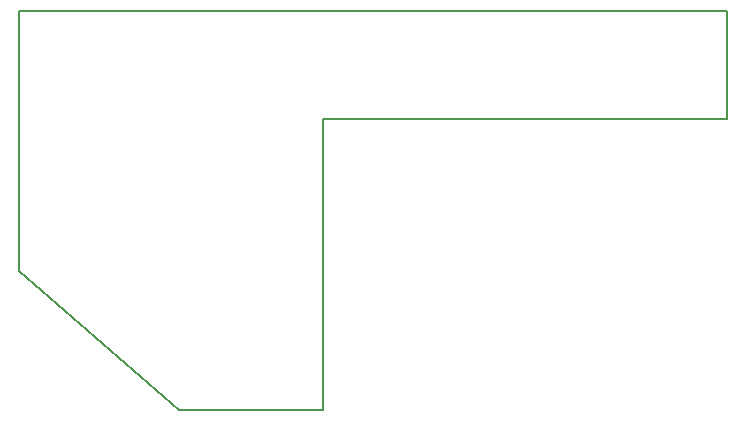
<source format=gm1>
%FSTAX23Y23*%
%MOIN*%
%SFA1B1*%

%IPPOS*%
%ADD18C,0.006000*%
%LNdextrems_v1-1*%
%LPD*%
G54D18*
X01015Y-01331D02*
Y-00361D01*
X02362*
Y0*
X0Y-00866D02*
X00534Y-01331D01*
X0Y0D02*
X02362D01*
X00534Y-01331D02*
X01015D01*
X0Y-00866D02*
Y0D01*
M02*
</source>
